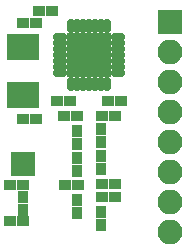
<source format=gts>
G04 #@! TF.FileFunction,Soldermask,Top*
%FSLAX46Y46*%
G04 Gerber Fmt 4.6, Leading zero omitted, Abs format (unit mm)*
G04 Created by KiCad (PCBNEW 4.0.5+dfsg1-4) date Sun Oct 15 17:49:37 2017*
%MOMM*%
%LPD*%
G01*
G04 APERTURE LIST*
%ADD10C,0.100000*%
%ADD11R,2.100000X2.100000*%
%ADD12R,1.000000X0.900000*%
%ADD13R,0.900000X1.000000*%
%ADD14O,2.100000X2.100000*%
%ADD15O,0.700000X1.250000*%
%ADD16O,1.250000X0.700000*%
%ADD17R,2.075000X2.075000*%
%ADD18R,2.800000X2.300000*%
G04 APERTURE END LIST*
D10*
D11*
X156083000Y-109601000D03*
D12*
X154974200Y-111378999D03*
X156074200Y-111378999D03*
X156074200Y-114427000D03*
X154974200Y-114427000D03*
D13*
X162687000Y-113623000D03*
X162687000Y-114723000D03*
D12*
X159571600Y-111378999D03*
X160671600Y-111378999D03*
X163795800Y-111252000D03*
X162695800Y-111252000D03*
D13*
X160655000Y-106765000D03*
X160655000Y-107865000D03*
X162687001Y-106638000D03*
X162687001Y-107738000D03*
D12*
X158962001Y-104267000D03*
X160062001Y-104267000D03*
X164380000Y-104267000D03*
X163280000Y-104267000D03*
D13*
X156083000Y-113453000D03*
X156083000Y-112353000D03*
X160655000Y-112607000D03*
X160655000Y-113707000D03*
D12*
X163795800Y-112395000D03*
X162695800Y-112395000D03*
D13*
X160655000Y-109051000D03*
X160655000Y-110151000D03*
X162687001Y-108924000D03*
X162687001Y-110024000D03*
D12*
X159546200Y-105537000D03*
X160646200Y-105537000D03*
X163795799Y-105537000D03*
X162695799Y-105537000D03*
D11*
X168529000Y-97536000D03*
D14*
X168529000Y-100076000D03*
X168529000Y-102616000D03*
X168529000Y-105156000D03*
X168529000Y-107696000D03*
X168529000Y-110236000D03*
X168529000Y-112776000D03*
X168529000Y-115316000D03*
D15*
X160147000Y-102817000D03*
X160647000Y-102817000D03*
X161147000Y-102817000D03*
X161647000Y-102817000D03*
X162147000Y-102817000D03*
X162647000Y-102817000D03*
X163147000Y-102817000D03*
D16*
X164097000Y-101867000D03*
X164097000Y-101367000D03*
X164097000Y-100867000D03*
X164097000Y-100367000D03*
X164097000Y-99867000D03*
X164097000Y-99367000D03*
X164097000Y-98867000D03*
D15*
X163147000Y-97917000D03*
X162647000Y-97917000D03*
X162147000Y-97917000D03*
X161647000Y-97917000D03*
X161147000Y-97917000D03*
X160647000Y-97917000D03*
X160147000Y-97917000D03*
D16*
X159197000Y-98867000D03*
X159197000Y-99367000D03*
X159197000Y-99867000D03*
X159197000Y-100367000D03*
X159197000Y-100867000D03*
X159197000Y-101367000D03*
X159197000Y-101867000D03*
D17*
X162484500Y-99529500D03*
X160809500Y-99529500D03*
X162484500Y-101204500D03*
X160809500Y-101204500D03*
D18*
X156083000Y-103777000D03*
X156083000Y-99677000D03*
D12*
X157183000Y-105791000D03*
X156083000Y-105791000D03*
X157141000Y-97663000D03*
X156041000Y-97663000D03*
X158538000Y-96647000D03*
X157438000Y-96647000D03*
M02*

</source>
